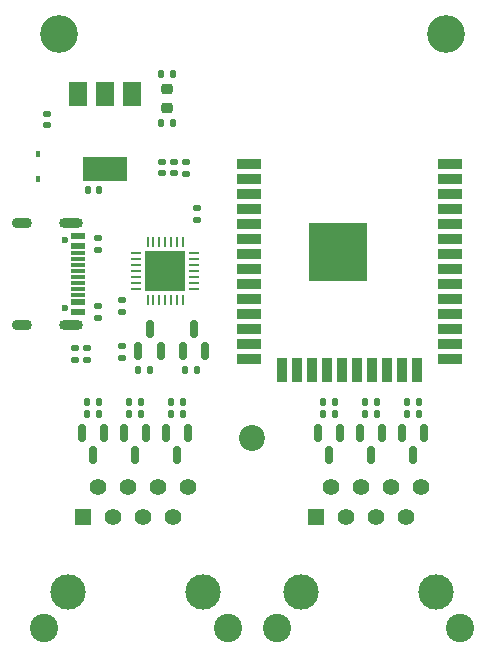
<source format=gts>
%TF.GenerationSoftware,KiCad,Pcbnew,9.0.0*%
%TF.CreationDate,2025-02-27T15:43:30+01:00*%
%TF.ProjectId,upsy-desky,75707379-2d64-4657-936b-792e6b696361,rev?*%
%TF.SameCoordinates,Original*%
%TF.FileFunction,Soldermask,Top*%
%TF.FilePolarity,Negative*%
%FSLAX46Y46*%
G04 Gerber Fmt 4.6, Leading zero omitted, Abs format (unit mm)*
G04 Created by KiCad (PCBNEW 9.0.0) date 2025-02-27 15:43:30*
%MOMM*%
%LPD*%
G01*
G04 APERTURE LIST*
G04 Aperture macros list*
%AMRoundRect*
0 Rectangle with rounded corners*
0 $1 Rounding radius*
0 $2 $3 $4 $5 $6 $7 $8 $9 X,Y pos of 4 corners*
0 Add a 4 corners polygon primitive as box body*
4,1,4,$2,$3,$4,$5,$6,$7,$8,$9,$2,$3,0*
0 Add four circle primitives for the rounded corners*
1,1,$1+$1,$2,$3*
1,1,$1+$1,$4,$5*
1,1,$1+$1,$6,$7*
1,1,$1+$1,$8,$9*
0 Add four rect primitives between the rounded corners*
20,1,$1+$1,$2,$3,$4,$5,0*
20,1,$1+$1,$4,$5,$6,$7,0*
20,1,$1+$1,$6,$7,$8,$9,0*
20,1,$1+$1,$8,$9,$2,$3,0*%
G04 Aperture macros list end*
%ADD10RoundRect,0.135000X-0.135000X-0.185000X0.135000X-0.185000X0.135000X0.185000X-0.135000X0.185000X0*%
%ADD11RoundRect,0.218750X-0.256250X0.218750X-0.256250X-0.218750X0.256250X-0.218750X0.256250X0.218750X0*%
%ADD12RoundRect,0.150000X0.150000X-0.587500X0.150000X0.587500X-0.150000X0.587500X-0.150000X-0.587500X0*%
%ADD13C,3.000000*%
%ADD14R,1.408000X1.408000*%
%ADD15C,1.408000*%
%ADD16C,2.400000*%
%ADD17RoundRect,0.135000X-0.185000X0.135000X-0.185000X-0.135000X0.185000X-0.135000X0.185000X0.135000X0*%
%ADD18RoundRect,0.150000X-0.150000X0.587500X-0.150000X-0.587500X0.150000X-0.587500X0.150000X0.587500X0*%
%ADD19R,2.000000X0.900000*%
%ADD20R,0.900000X2.000000*%
%ADD21R,5.000000X5.000000*%
%ADD22RoundRect,0.062500X-0.337500X-0.062500X0.337500X-0.062500X0.337500X0.062500X-0.337500X0.062500X0*%
%ADD23RoundRect,0.062500X-0.062500X-0.337500X0.062500X-0.337500X0.062500X0.337500X-0.062500X0.337500X0*%
%ADD24R,3.350000X3.350000*%
%ADD25RoundRect,0.140000X0.140000X0.170000X-0.140000X0.170000X-0.140000X-0.170000X0.140000X-0.170000X0*%
%ADD26C,0.600000*%
%ADD27R,1.160000X0.600000*%
%ADD28R,1.160000X0.300000*%
%ADD29O,2.000000X0.900000*%
%ADD30O,1.700000X0.900000*%
%ADD31RoundRect,0.140000X-0.170000X0.140000X-0.170000X-0.140000X0.170000X-0.140000X0.170000X0.140000X0*%
%ADD32C,2.200000*%
%ADD33R,0.450000X0.600000*%
%ADD34RoundRect,0.135000X0.185000X-0.135000X0.185000X0.135000X-0.185000X0.135000X-0.185000X-0.135000X0*%
%ADD35C,3.200000*%
%ADD36RoundRect,0.135000X0.135000X0.185000X-0.135000X0.185000X-0.135000X-0.185000X0.135000X-0.185000X0*%
%ADD37RoundRect,0.140000X0.170000X-0.140000X0.170000X0.140000X-0.170000X0.140000X-0.170000X-0.140000X0*%
%ADD38R,1.500000X2.000000*%
%ADD39R,3.800000X2.000000*%
G04 APERTURE END LIST*
D10*
%TO.C,R11*%
X152652000Y-107188000D03*
X153672000Y-107188000D03*
%TD*%
D11*
%TO.C,D2*%
X139446000Y-79730500D03*
X139446000Y-81305500D03*
%TD*%
D12*
%TO.C,Q2*%
X140782000Y-101902500D03*
X142682000Y-101902500D03*
X141732000Y-100027500D03*
%TD*%
D10*
%TO.C,R12*%
X136269000Y-106172000D03*
X137289000Y-106172000D03*
%TD*%
%TO.C,R9*%
X139825000Y-106172000D03*
X140845000Y-106172000D03*
%TD*%
D13*
%TO.C,J1*%
X131127500Y-122301000D03*
X142557500Y-122301000D03*
D14*
X132397500Y-115951000D03*
D15*
X133667500Y-113411000D03*
X134937500Y-115951000D03*
X136207500Y-113411000D03*
X137477500Y-115951000D03*
X138747500Y-113411000D03*
X140017500Y-115951000D03*
X141287500Y-113411000D03*
D16*
X129092500Y-125351000D03*
X144592500Y-125351000D03*
%TD*%
D17*
%TO.C,R20*%
X132715000Y-101598000D03*
X132715000Y-102618000D03*
%TD*%
D18*
%TO.C,Q3*%
X134173000Y-108790500D03*
X132273000Y-108790500D03*
X133223000Y-110665500D03*
%TD*%
D19*
%TO.C,U3*%
X146440000Y-86022000D03*
X146440000Y-87292000D03*
X146440000Y-88562000D03*
X146440000Y-89832000D03*
X146440000Y-91102000D03*
X146440000Y-92372000D03*
X146440000Y-93642000D03*
X146440000Y-94912000D03*
X146440000Y-96182000D03*
X146440000Y-97452000D03*
X146440000Y-98722000D03*
X146440000Y-99992000D03*
X146440000Y-101262000D03*
X146440000Y-102532000D03*
D20*
X149225000Y-103532000D03*
X150495000Y-103532000D03*
X151765000Y-103532000D03*
X153035000Y-103532000D03*
X154305000Y-103532000D03*
X155575000Y-103532000D03*
X156845000Y-103532000D03*
X158115000Y-103532000D03*
X159385000Y-103532000D03*
X160655000Y-103532000D03*
D19*
X163440000Y-102532000D03*
X163440000Y-101262000D03*
X163440000Y-99992000D03*
X163440000Y-98722000D03*
X163440000Y-97452000D03*
X163440000Y-96182000D03*
X163440000Y-94912000D03*
X163440000Y-93642000D03*
X163440000Y-92372000D03*
X163440000Y-91102000D03*
X163440000Y-89832000D03*
X163440000Y-88562000D03*
X163440000Y-87292000D03*
X163440000Y-86022000D03*
D21*
X153940000Y-93522000D03*
%TD*%
D22*
%TO.C,U1*%
X136869000Y-93627000D03*
X136869000Y-94127000D03*
X136869000Y-94627000D03*
X136869000Y-95127000D03*
X136869000Y-95627000D03*
X136869000Y-96127000D03*
X136869000Y-96627000D03*
D23*
X137819000Y-97577000D03*
X138319000Y-97577000D03*
X138819000Y-97577000D03*
X139319000Y-97577000D03*
X139819000Y-97577000D03*
X140319000Y-97577000D03*
X140819000Y-97577000D03*
D22*
X141769000Y-96627000D03*
X141769000Y-96127000D03*
X141769000Y-95627000D03*
X141769000Y-95127000D03*
X141769000Y-94627000D03*
X141769000Y-94127000D03*
X141769000Y-93627000D03*
D23*
X140819000Y-92677000D03*
X140319000Y-92677000D03*
X139819000Y-92677000D03*
X139319000Y-92677000D03*
X138819000Y-92677000D03*
X138319000Y-92677000D03*
X137819000Y-92677000D03*
D24*
X139319000Y-95127000D03*
%TD*%
D25*
%TO.C,C2*%
X133703000Y-88265000D03*
X132743000Y-88265000D03*
%TD*%
D26*
%TO.C,J3*%
X130849000Y-92487000D03*
X130849000Y-98267000D03*
D27*
X131909000Y-92177000D03*
X131909000Y-92977000D03*
D28*
X131909000Y-94127000D03*
X131909000Y-95127000D03*
X131909000Y-95627000D03*
X131909000Y-96627000D03*
D27*
X131909000Y-97777000D03*
X131909000Y-98577000D03*
X131909000Y-98577000D03*
X131909000Y-97777000D03*
D28*
X131909000Y-97127000D03*
X131909000Y-96127000D03*
X131909000Y-94627000D03*
X131909000Y-93627000D03*
D27*
X131909000Y-92977000D03*
X131909000Y-92177000D03*
D29*
X131329000Y-91057000D03*
D30*
X127159000Y-91057000D03*
D29*
X131329000Y-99697000D03*
D30*
X127159000Y-99697000D03*
%TD*%
D18*
%TO.C,Q8*%
X157668000Y-108790500D03*
X155768000Y-108790500D03*
X156718000Y-110665500D03*
%TD*%
%TO.C,Q7*%
X161224000Y-108790500D03*
X159324000Y-108790500D03*
X160274000Y-110665500D03*
%TD*%
D10*
%TO.C,R17*%
X156208000Y-106172000D03*
X157228000Y-106172000D03*
%TD*%
D31*
%TO.C,C3*%
X141986000Y-89817000D03*
X141986000Y-90777000D03*
%TD*%
D32*
%TO.C,REF\u002A\u002A*%
X146685000Y-109220000D03*
%TD*%
D10*
%TO.C,R16*%
X156208000Y-107188000D03*
X157228000Y-107188000D03*
%TD*%
%TO.C,R10*%
X136269000Y-107188000D03*
X137289000Y-107188000D03*
%TD*%
D33*
%TO.C,D1*%
X128524000Y-85183000D03*
X128524000Y-87283000D03*
%TD*%
D34*
%TO.C,R18*%
X135636000Y-102491000D03*
X135636000Y-101471000D03*
%TD*%
%TO.C,R19*%
X131699000Y-102618000D03*
X131699000Y-101598000D03*
%TD*%
D18*
%TO.C,Q6*%
X154112000Y-108790500D03*
X152212000Y-108790500D03*
X153162000Y-110665500D03*
%TD*%
D34*
%TO.C,R1*%
X133604000Y-99062000D03*
X133604000Y-98042000D03*
%TD*%
D10*
%TO.C,R13*%
X152652000Y-106172000D03*
X153672000Y-106172000D03*
%TD*%
D13*
%TO.C,J2*%
X150812500Y-122301000D03*
X162242500Y-122301000D03*
D14*
X152082500Y-115951000D03*
D15*
X153352500Y-113411000D03*
X154622500Y-115951000D03*
X155892500Y-113411000D03*
X157162500Y-115951000D03*
X158432500Y-113411000D03*
X159702500Y-115951000D03*
X160972500Y-113411000D03*
D16*
X148777500Y-125351000D03*
X164277500Y-125351000D03*
%TD*%
D35*
%TO.C,REF\u002A\u002A*%
X130302000Y-75057000D03*
%TD*%
%TO.C,REF\u002A\u002A*%
X163068000Y-75057000D03*
%TD*%
D31*
%TO.C,C4*%
X140081000Y-85880000D03*
X140081000Y-86840000D03*
%TD*%
%TO.C,C6*%
X135636000Y-97592000D03*
X135636000Y-98552000D03*
%TD*%
D10*
%TO.C,R14*%
X159764000Y-107188000D03*
X160784000Y-107188000D03*
%TD*%
D12*
%TO.C,Q1*%
X137038000Y-101902500D03*
X138938000Y-101902500D03*
X137988000Y-100027500D03*
%TD*%
D10*
%TO.C,R8*%
X132713000Y-106172000D03*
X133733000Y-106172000D03*
%TD*%
%TO.C,R4*%
X140968000Y-103505000D03*
X141988000Y-103505000D03*
%TD*%
D36*
%TO.C,R3*%
X138051000Y-103505000D03*
X137031000Y-103505000D03*
%TD*%
D10*
%TO.C,R6*%
X132713000Y-107188000D03*
X133733000Y-107188000D03*
%TD*%
D31*
%TO.C,C5*%
X139065000Y-85880000D03*
X139065000Y-86840000D03*
%TD*%
D36*
%TO.C,R21*%
X139956000Y-82550000D03*
X138936000Y-82550000D03*
%TD*%
D18*
%TO.C,Q5*%
X137729000Y-108790500D03*
X135829000Y-108790500D03*
X136779000Y-110665500D03*
%TD*%
D17*
%TO.C,R2*%
X133604000Y-92327000D03*
X133604000Y-93347000D03*
%TD*%
%TO.C,R5*%
X141097000Y-85850000D03*
X141097000Y-86870000D03*
%TD*%
D37*
%TO.C,C1*%
X129286000Y-82776000D03*
X129286000Y-81816000D03*
%TD*%
D38*
%TO.C,U2*%
X136539000Y-80162000D03*
X134239000Y-80162000D03*
D39*
X134239000Y-86462000D03*
D38*
X131939000Y-80162000D03*
%TD*%
D36*
%TO.C,R22*%
X139956000Y-78435200D03*
X138936000Y-78435200D03*
%TD*%
D10*
%TO.C,R7*%
X139825000Y-107188000D03*
X140845000Y-107188000D03*
%TD*%
%TO.C,R15*%
X159764000Y-106172000D03*
X160784000Y-106172000D03*
%TD*%
D18*
%TO.C,Q4*%
X141285000Y-108790500D03*
X139385000Y-108790500D03*
X140335000Y-110665500D03*
%TD*%
M02*

</source>
